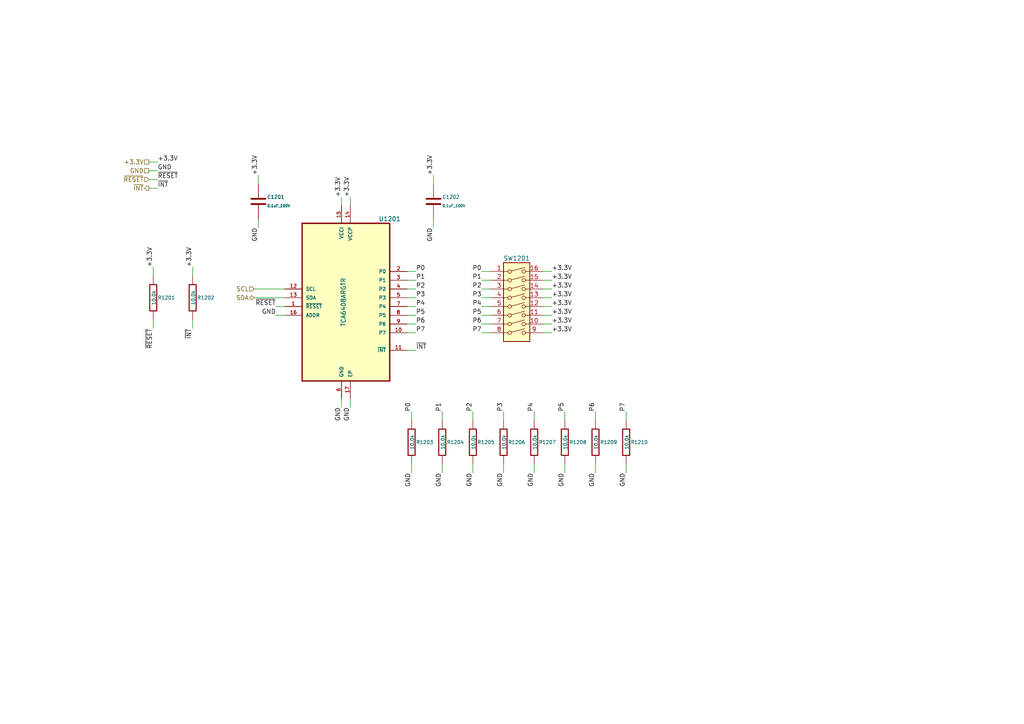
<source format=kicad_sch>
(kicad_sch (version 20230121) (generator eeschema)
  (paper "A4")
  (title_block (title "cluster-pcb") (date "2024-09-13") (rev "1.2") (company "Howard Hughes Medical Institute"))
  (lib_symbols
    (symbol "Janelia:C_0.1uF_100V_0402" (pin_numbers hide) (pin_names (offset 0.254))
      (property "Reference" "C" (at 0 2.54 0))
      (property "Value" "0.1uF_100V" (at 0 0 0))
      (symbol "C_0.1uF_100V_0402_0_1"
        (polyline (pts (xy -2.032 -0.762) (xy 2.032 -0.762)) (stroke (width 0.508)))
        (polyline (pts (xy -2.032 0.762) (xy 2.032 0.762)) (stroke (width 0.508)))
      )
      (symbol "C_0.1uF_100V_0402_1_1"
        (pin passive line (at 0 5.08 270) (length 4.318) (name "~") (number "1"))
        (pin passive line (at 0 -5.08 90) (length 4.318) (name "~") (number "2"))
      )
    )
    (symbol "Janelia:Interface_Expansion-TCA6408ARGTR" (pin_names (offset 1.016))
      (property "Reference" "U" (at 12.7 24.13 0))
      (property "Value" "TCA6408ARGTR" (at 0 0 90))
      (symbol "Interface_Expansion-TCA6408ARGTR_0_0"
        (rectangle (start -12.7 -22.86) (end 12.7 22.86) (stroke (width 0.41)) (fill (type background)))
        (pin input line (at -17.78 -1.27 0) (length 5.08) (name "~{RESET}") (number "1"))
        (pin bidirectional line (at 17.78 -8.89 180) (length 5.08) (name "P7") (number "10"))
        (pin output line (at 17.78 -13.97 180) (length 5.08) (name "~{INT}") (number "11"))
        (pin input line (at -17.78 3.81 0) (length 5.08) (name "SCL") (number "12"))
        (pin bidirectional line (at -17.78 1.27 0) (length 5.08) (name "SDA") (number "13"))
        (pin power_in line (at 1.27 27.94 270) (length 5.08) (name "VCCP") (number "14"))
        (pin power_in line (at -1.27 27.94 270) (length 5.08) (name "VCCI") (number "15"))
        (pin input line (at -17.78 -3.81 0) (length 5.08) (name "ADDR") (number "16"))
        (pin bidirectional line (at 1.27 -27.94 90) (length 5.08) (name "EP") (number "17"))
        (pin bidirectional line (at 17.78 8.89 180) (length 5.08) (name "P0") (number "2"))
        (pin bidirectional line (at 17.78 6.35 180) (length 5.08) (name "P1") (number "3"))
        (pin bidirectional line (at 17.78 3.81 180) (length 5.08) (name "P2") (number "4"))
        (pin bidirectional line (at 17.78 1.27 180) (length 5.08) (name "P3") (number "5"))
        (pin power_in line (at -1.27 -27.94 90) (length 5.08) (name "GND") (number "6"))
        (pin bidirectional line (at 17.78 -1.27 180) (length 5.08) (name "P4") (number "7"))
        (pin bidirectional line (at 17.78 -3.81 180) (length 5.08) (name "P5") (number "8"))
        (pin bidirectional line (at 17.78 -6.35 180) (length 5.08) (name "P6") (number "9"))
      )
    )
    (symbol "Janelia:R_10.0k_0402" (pin_numbers hide) (pin_names (offset 0))
      (property "Reference" "R" (at 2.032 0 90))
      (property "Value" "10.0k" (at 0.1778 0.0254 90))
      (symbol "R_10.0k_0402_0_1"
        (rectangle (start -1.016 3.81) (end 1.016 -3.81) (stroke (width 0.3048)))
      )
      (symbol "R_10.0k_0402_1_1"
        (pin passive line (at 0 6.35 270) (length 2.54) (name "~") (number "1"))
        (pin passive line (at 0 -6.35 90) (length 2.54) (name "~") (number "2"))
      )
    )
    (symbol "Janelia:SW_DIP_x08_SDA08H1SBDR" (pin_names (offset 0) hide)
      (property "Reference" "SW" (at 0 13.97 0))
      (symbol "SW_DIP_x08_SDA08H1SBDR_0_0"
        (circle (center -2.032 -7.62) (radius 0.508))
        (circle (center -2.032 -5.08) (radius 0.508))
        (circle (center -2.032 -2.54) (radius 0.508))
        (circle (center -2.032 0) (radius 0.508))
        (circle (center -2.032 2.54) (radius 0.508))
        (circle (center -2.032 5.08) (radius 0.508))
        (circle (center -2.032 7.62) (radius 0.508))
        (circle (center -2.032 10.16) (radius 0.508))
        (polyline (pts (xy -1.524 -7.4676) (xy 2.3622 -6.4262)))
        (polyline (pts (xy -1.524 -4.9276) (xy 2.3622 -3.8862)))
        (polyline (pts (xy -1.524 -2.3876) (xy 2.3622 -1.3462)))
        (polyline (pts (xy -1.524 0.127) (xy 2.3622 1.1684)))
        (polyline (pts (xy -1.524 2.667) (xy 2.3622 3.7084)))
        (polyline (pts (xy -1.524 5.207) (xy 2.3622 6.2484)))
        (polyline (pts (xy -1.524 7.747) (xy 2.3622 8.7884)))
        (polyline (pts (xy -1.524 10.287) (xy 2.3622 11.3284)))
        (circle (center 2.032 -7.62) (radius 0.508))
        (circle (center 2.032 -5.08) (radius 0.508))
        (circle (center 2.032 -2.54) (radius 0.508))
        (circle (center 2.032 0) (radius 0.508))
        (circle (center 2.032 2.54) (radius 0.508))
        (circle (center 2.032 5.08) (radius 0.508))
        (circle (center 2.032 7.62) (radius 0.508))
        (circle (center 2.032 10.16) (radius 0.508))
      )
      (symbol "SW_DIP_x08_SDA08H1SBDR_0_1"
        (rectangle (start -3.81 12.7) (end 3.81 -10.16) (stroke (width 0.254)) (fill (type background)))
      )
      (symbol "SW_DIP_x08_SDA08H1SBDR_1_1"
        (pin passive line (at -7.62 10.16 0) (length 5.08) (name "~") (number "1"))
        (pin passive line (at 7.62 -5.08 180) (length 5.08) (name "~") (number "10"))
        (pin passive line (at 7.62 -2.54 180) (length 5.08) (name "~") (number "11"))
        (pin passive line (at 7.62 0 180) (length 5.08) (name "~") (number "12"))
        (pin passive line (at 7.62 2.54 180) (length 5.08) (name "~") (number "13"))
        (pin passive line (at 7.62 5.08 180) (length 5.08) (name "~") (number "14"))
        (pin passive line (at 7.62 7.62 180) (length 5.08) (name "~") (number "15"))
        (pin passive line (at 7.62 10.16 180) (length 5.08) (name "~") (number "16"))
        (pin passive line (at -7.62 7.62 0) (length 5.08) (name "~") (number "2"))
        (pin passive line (at -7.62 5.08 0) (length 5.08) (name "~") (number "3"))
        (pin passive line (at -7.62 2.54 0) (length 5.08) (name "~") (number "4"))
        (pin passive line (at -7.62 0 0) (length 5.08) (name "~") (number "5"))
        (pin passive line (at -7.62 -2.54 0) (length 5.08) (name "~") (number "6"))
        (pin passive line (at -7.62 -5.08 0) (length 5.08) (name "~") (number "7"))
        (pin passive line (at -7.62 -7.62 0) (length 5.08) (name "~") (number "8"))
        (pin passive line (at 7.62 -7.62 180) (length 5.08) (name "~") (number "9"))
      )
    )
  )
  (wire (pts (xy 43.18 52.07) (xy 45.72 52.07)))
  (wire (pts (xy 73.66 83.82) (xy 82.55 83.82)))
  (wire (pts (xy 154.94 134.62) (xy 154.94 137.16)))
  (wire (pts (xy 82.55 88.9) (xy 80.01 88.9)))
  (wire (pts (xy 128.27 121.92) (xy 128.27 119.38)))
  (wire (pts (xy 128.27 134.62) (xy 128.27 137.16)))
  (wire (pts (xy 157.48 96.52) (xy 160.02 96.52)))
  (wire (pts (xy 74.93 63.5) (xy 74.93 66.04)))
  (wire (pts (xy 99.06 115.57) (xy 99.06 118.11)))
  (wire (pts (xy 118.11 96.52) (xy 120.65 96.52)))
  (wire (pts (xy 157.48 81.28) (xy 160.02 81.28)))
  (wire (pts (xy 82.55 91.44) (xy 80.01 91.44)))
  (wire (pts (xy 118.11 88.9) (xy 120.65 88.9)))
  (wire (pts (xy 118.11 86.36) (xy 120.65 86.36)))
  (wire (pts (xy 146.05 134.62) (xy 146.05 137.16)))
  (wire (pts (xy 44.45 92.71) (xy 44.45 95.25)))
  (wire (pts (xy 142.24 86.36) (xy 139.7 86.36)))
  (wire (pts (xy 163.83 121.92) (xy 163.83 119.38)))
  (wire (pts (xy 146.05 121.92) (xy 146.05 119.38)))
  (wire (pts (xy 172.72 134.62) (xy 172.72 137.16)))
  (wire (pts (xy 118.11 91.44) (xy 120.65 91.44)))
  (wire (pts (xy 101.6 115.57) (xy 101.6 118.11)))
  (wire (pts (xy 157.48 78.74) (xy 160.02 78.74)))
  (wire (pts (xy 125.73 53.34) (xy 125.73 50.8)))
  (wire (pts (xy 142.24 91.44) (xy 139.7 91.44)))
  (wire (pts (xy 43.18 46.99) (xy 45.72 46.99)))
  (wire (pts (xy 119.38 134.62) (xy 119.38 137.16)))
  (wire (pts (xy 142.24 81.28) (xy 139.7 81.28)))
  (wire (pts (xy 118.11 81.28) (xy 120.65 81.28)))
  (wire (pts (xy 157.48 93.98) (xy 160.02 93.98)))
  (wire (pts (xy 142.24 88.9) (xy 139.7 88.9)))
  (wire (pts (xy 172.72 121.92) (xy 172.72 119.38)))
  (wire (pts (xy 43.18 54.61) (xy 45.72 54.61)))
  (wire (pts (xy 55.88 92.71) (xy 55.88 95.25)))
  (wire (pts (xy 157.48 91.44) (xy 160.02 91.44)))
  (wire (pts (xy 119.38 121.92) (xy 119.38 119.38)))
  (wire (pts (xy 118.11 93.98) (xy 120.65 93.98)))
  (wire (pts (xy 142.24 96.52) (xy 139.7 96.52)))
  (wire (pts (xy 157.48 83.82) (xy 160.02 83.82)))
  (wire (pts (xy 163.83 134.62) (xy 163.83 137.16)))
  (wire (pts (xy 157.48 86.36) (xy 160.02 86.36)))
  (wire (pts (xy 118.11 101.6) (xy 120.65 101.6)))
  (wire (pts (xy 101.6 59.69) (xy 101.6 57.15)))
  (wire (pts (xy 181.61 134.62) (xy 181.61 137.16)))
  (wire (pts (xy 142.24 93.98) (xy 139.7 93.98)))
  (wire (pts (xy 43.18 49.53) (xy 45.72 49.53)))
  (wire (pts (xy 142.24 78.74) (xy 139.7 78.74)))
  (wire (pts (xy 99.06 59.69) (xy 99.06 57.15)))
  (wire (pts (xy 118.11 83.82) (xy 120.65 83.82)))
  (wire (pts (xy 157.48 88.9) (xy 160.02 88.9)))
  (wire (pts (xy 74.93 53.34) (xy 74.93 50.8)))
  (wire (pts (xy 125.73 63.5) (xy 125.73 66.04)))
  (wire (pts (xy 181.61 121.92) (xy 181.61 119.38)))
  (wire (pts (xy 82.55 86.36) (xy 73.66 86.36)))
  (wire (pts (xy 55.88 80.01) (xy 55.88 77.47)))
  (wire (pts (xy 142.24 83.82) (xy 139.7 83.82)))
  (wire (pts (xy 44.45 80.01) (xy 44.45 77.47)))
  (wire (pts (xy 154.94 121.92) (xy 154.94 119.38)))
  (wire (pts (xy 137.16 134.62) (xy 137.16 137.16)))
  (wire (pts (xy 118.11 78.74) (xy 120.65 78.74)))
  (wire (pts (xy 137.16 121.92) (xy 137.16 119.38)))
  (label "~{INT}" (at 45.72 54.61 0))
  (label "P7" (at 120.65 96.52 0))
  (label "P0" (at 119.38 119.38 90))
  (label "GND" (at 119.38 137.16 270))
  (label "~{RESET}" (at 80.01 88.9 180))
  (label "+3.3V" (at 160.02 81.28 0))
  (label "P2" (at 137.16 119.38 90))
  (label "P6" (at 172.72 119.38 90))
  (label "P5" (at 120.65 91.44 0))
  (label "+3.3V" (at 160.02 96.52 0))
  (label "P5" (at 139.7 91.44 180))
  (label "+3.3V" (at 160.02 91.44 0))
  (label "GND" (at 101.6 118.11 270))
  (label "P2" (at 120.65 83.82 0))
  (label "+3.3V" (at 55.88 77.47 90))
  (label "+3.3V" (at 74.93 50.8 90))
  (label "GND" (at 74.93 66.04 270))
  (label "+3.3V" (at 160.02 88.9 0))
  (label "~{INT}" (at 120.65 101.6 0))
  (label "GND" (at 163.83 137.16 270))
  (label "~{RESET}" (at 45.72 52.07 0))
  (label "P4" (at 139.7 88.9 180))
  (label "+3.3V" (at 101.6 57.15 90))
  (label "~{RESET}" (at 44.45 95.25 270))
  (label "GND" (at 146.05 137.16 270))
  (label "GND" (at 45.72 49.53 0))
  (label "P4" (at 120.65 88.9 0))
  (label "P1" (at 120.65 81.28 0))
  (label "P7" (at 181.61 119.38 90))
  (label "+3.3V" (at 160.02 93.98 0))
  (label "GND" (at 137.16 137.16 270))
  (label "P0" (at 120.65 78.74 0))
  (label "P6" (at 120.65 93.98 0))
  (label "+3.3V" (at 160.02 78.74 0))
  (label "+3.3V" (at 125.73 50.8 90))
  (label "P6" (at 139.7 93.98 180))
  (label "P1" (at 128.27 119.38 90))
  (label "P5" (at 163.83 119.38 90))
  (label "P4" (at 154.94 119.38 90))
  (label "P7" (at 139.7 96.52 180))
  (label "GND" (at 172.72 137.16 270))
  (label "+3.3V" (at 99.06 57.15 90))
  (label "P3" (at 139.7 86.36 180))
  (label "GND" (at 128.27 137.16 270))
  (label "GND" (at 181.61 137.16 270))
  (label "GND" (at 154.94 137.16 270))
  (label "GND" (at 80.01 91.44 180))
  (label "GND" (at 99.06 118.11 270))
  (label "P0" (at 139.7 78.74 180))
  (label "~{INT}" (at 55.88 95.25 270))
  (label "+3.3V" (at 160.02 86.36 0))
  (label "P3" (at 146.05 119.38 90))
  (label "P2" (at 139.7 83.82 180))
  (label "+3.3V" (at 44.45 77.47 90))
  (label "+3.3V" (at 160.02 83.82 0))
  (label "GND" (at 125.73 66.04 270))
  (label "P3" (at 120.65 86.36 0))
  (label "P1" (at 139.7 81.28 180))
  (label "+3.3V" (at 45.72 46.99 0))
  (hierarchical_label "~{INT}" (shape output) (at 43.18 54.61 180))
  (hierarchical_label "~{RESET}" (shape input) (at 43.18 52.07 180))
  (hierarchical_label "GND" (shape passive) (at 43.18 49.53 180))
  (hierarchical_label "+3.3V" (shape passive) (at 43.18 46.99 180))
  (hierarchical_label "SDA" (shape bidirectional) (at 73.66 86.36 180))
  (hierarchical_label "SCL" (shape input) (at 73.66 83.82 180))
  (symbol (lib_id "Janelia:R_10.0k_0402") (at 128.27 128.27 0) (unit 1)
    (property "Reference" "R1204" (at 129.54 128.27 0) (effects (font (size 1.016 1.016)) (justify left)))
    (property "Value" "10.0k" (at 128.4478 128.2446 90) (effects (font (size 1.016 1.016))))
    (property "Footprint" "Janelia:R_0402_1005Metric" (effects hide))
    (property "Vendor" "JLCPCB" (effects hide))
    (property "Vendor Part Number" "C278577" (effects hide))
    (property "Synopsis" "RES SMD 10K OHM 5% 1/10W" (effects hide))
    (property "Package" "0402" (effects hide))
    (property "Manufacturer" "PANASONIC" (effects hide))
    (property "Manufacturer Part Number" "ERJ2GEJ103X" (effects hide))
    (property "LCSC" "C278577" (effects hide))
  )
  (symbol (lib_id "Janelia:R_10.0k_0402") (at 44.45 86.36 0) (unit 1)
    (property "Reference" "R1201" (at 45.72 86.36 0) (effects (font (size 1.016 1.016)) (justify left)))
    (property "Value" "10.0k" (at 44.6278 86.3346 90) (effects (font (size 1.016 1.016))))
    (property "Footprint" "Janelia:R_0402_1005Metric" (effects hide))
    (property "Vendor" "JLCPCB" (effects hide))
    (property "Vendor Part Number" "C278577" (effects hide))
    (property "Synopsis" "RES SMD 10K OHM 5% 1/10W" (effects hide))
    (property "Package" "0402" (effects hide))
    (property "Manufacturer" "PANASONIC" (effects hide))
    (property "Manufacturer Part Number" "ERJ2GEJ103X" (effects hide))
    (property "LCSC" "C278577" (effects hide))
  )
  (symbol (lib_id "Janelia:Interface_Expansion-TCA6408ARGTR") (at 100.33 87.63 0) (unit 1)
    (property "Reference" "U1201" (at 113.03 63.5 0))
    (property "Value" "TCA6408ARGTR" (at 100.33 87.63 90) (effects (justify bottom)))
    (property "Footprint" "Janelia:QFN50P300X300X100-17N" (effects hide))
    (property "Synopsis" "IC XPNDR 400KHZ I2C SMBUS" (effects hide))
    (property "Package" "QFN-16-EP(3x3)" (effects hide))
    (property "Manufacturer" "Texas Instruments" (effects hide))
    (property "Manufacturer Part Number" "TCA6408ARGTR" (effects hide))
    (property "Vendor" "Digi-Key" (effects hide))
    (property "Vendor Part Number" "296-24825-1-ND" (effects hide))
    (property "LCSC" "C181499" (effects hide))
  )
  (symbol (lib_id "Janelia:R_10.0k_0402") (at 172.72 128.27 0) (unit 1)
    (property "Reference" "R1209" (at 173.99 128.27 0) (effects (font (size 1.016 1.016)) (justify left)))
    (property "Value" "10.0k" (at 172.8978 128.2446 90) (effects (font (size 1.016 1.016))))
    (property "Footprint" "Janelia:R_0402_1005Metric" (effects hide))
    (property "Vendor" "JLCPCB" (effects hide))
    (property "Vendor Part Number" "C278577" (effects hide))
    (property "Synopsis" "RES SMD 10K OHM 5% 1/10W" (effects hide))
    (property "Package" "0402" (effects hide))
    (property "Manufacturer" "PANASONIC" (effects hide))
    (property "Manufacturer Part Number" "ERJ2GEJ103X" (effects hide))
    (property "LCSC" "C278577" (effects hide))
  )
  (symbol (lib_id "Janelia:R_10.0k_0402") (at 137.16 128.27 0) (unit 1)
    (property "Reference" "R1205" (at 138.43 128.27 0) (effects (font (size 1.016 1.016)) (justify left)))
    (property "Value" "10.0k" (at 137.3378 128.2446 90) (effects (font (size 1.016 1.016))))
    (property "Footprint" "Janelia:R_0402_1005Metric" (effects hide))
    (property "Vendor" "JLCPCB" (effects hide))
    (property "Vendor Part Number" "C278577" (effects hide))
    (property "Synopsis" "RES SMD 10K OHM 5% 1/10W" (effects hide))
    (property "Package" "0402" (effects hide))
    (property "Manufacturer" "PANASONIC" (effects hide))
    (property "Manufacturer Part Number" "ERJ2GEJ103X" (effects hide))
    (property "LCSC" "C278577" (effects hide))
  )
  (symbol (lib_id "Janelia:SW_DIP_x08_SDA08H1SBDR") (at 149.86 88.9 0) (unit 1)
    (property "Reference" "SW1201" (at 149.86 74.93 0))
    (property "Value" "SW_DIP_x08_SDA08H1SBDR" (effects hide))
    (property "Footprint" "Janelia:SW_DIP_SPSTx08_Slide_SDA08H1SBDR" (effects hide))
    (property "Synopsis" "SWITCH SLIDE DIP SPST 0.025A 24V" (effects hide))
    (property "Package" "SMD" (effects hide))
    (property "Manufacturer" "C&K" (effects hide))
    (property "Manufacturer Part Number" "SDA08H1SBDR" (effects hide))
    (property "Vendor" "Digi-Key" (effects hide))
    (property "Vendor Part Number" "CKN12291-1-ND" (effects hide))
    (property "LCSC" "C2799987" (effects hide))
  )
  (symbol (lib_id "Janelia:R_10.0k_0402") (at 55.88 86.36 0) (unit 1)
    (property "Reference" "R1202" (at 57.15 86.36 0) (effects (font (size 1.016 1.016)) (justify left)))
    (property "Value" "10.0k" (at 56.0578 86.3346 90) (effects (font (size 1.016 1.016))))
    (property "Footprint" "Janelia:R_0402_1005Metric" (effects hide))
    (property "Vendor" "JLCPCB" (effects hide))
    (property "Vendor Part Number" "C278577" (effects hide))
    (property "Synopsis" "RES SMD 10K OHM 5% 1/10W" (effects hide))
    (property "Package" "0402" (effects hide))
    (property "Manufacturer" "PANASONIC" (effects hide))
    (property "Manufacturer Part Number" "ERJ2GEJ103X" (effects hide))
    (property "LCSC" "C278577" (effects hide))
  )
  (symbol (lib_id "Janelia:R_10.0k_0402") (at 154.94 128.27 0) (unit 1)
    (property "Reference" "R1207" (at 156.21 128.27 0) (effects (font (size 1.016 1.016)) (justify left)))
    (property "Value" "10.0k" (at 155.1178 128.2446 90) (effects (font (size 1.016 1.016))))
    (property "Footprint" "Janelia:R_0402_1005Metric" (effects hide))
    (property "Vendor" "JLCPCB" (effects hide))
    (property "Vendor Part Number" "C278577" (effects hide))
    (property "Synopsis" "RES SMD 10K OHM 5% 1/10W" (effects hide))
    (property "Package" "0402" (effects hide))
    (property "Manufacturer" "PANASONIC" (effects hide))
    (property "Manufacturer Part Number" "ERJ2GEJ103X" (effects hide))
    (property "LCSC" "C278577" (effects hide))
  )
  (symbol (lib_id "Janelia:R_10.0k_0402") (at 181.61 128.27 0) (unit 1)
    (property "Reference" "R1210" (at 182.88 128.27 0) (effects (font (size 1.016 1.016)) (justify left)))
    (property "Value" "10.0k" (at 181.7878 128.2446 90) (effects (font (size 1.016 1.016))))
    (property "Footprint" "Janelia:R_0402_1005Metric" (effects hide))
    (property "Vendor" "JLCPCB" (effects hide))
    (property "Vendor Part Number" "C278577" (effects hide))
    (property "Synopsis" "RES SMD 10K OHM 5% 1/10W" (effects hide))
    (property "Package" "0402" (effects hide))
    (property "Manufacturer" "PANASONIC" (effects hide))
    (property "Manufacturer Part Number" "ERJ2GEJ103X" (effects hide))
    (property "LCSC" "C278577" (effects hide))
  )
  (symbol (lib_id "Janelia:C_0.1uF_100V_0402") (at 74.93 58.42 0) (unit 1)
    (property "Reference" "C1201" (at 77.47 57.15 0) (effects (font (size 1.016 1.016)) (justify left)))
    (property "Value" "0.1uF_100V" (at 77.47 59.69 0) (effects (font (size 0.762 0.762)) (justify left)))
    (property "Footprint" "Janelia:C_0402_1005Metric" (effects hide))
    (property "Vendor" "Digi-Key" (effects hide))
    (property "Vendor Part Number" "490-10458-1-ND" (effects hide))
    (property "Synopsis" "CAP CER 0.1UF 100V X5R" (effects hide))
    (property "Manufacturer" "Murata Electronics" (effects hide))
    (property "Manufacturer Part Number" "GRM155R62A104KE14D" (effects hide))
    (property "Package" "0402" (effects hide))
    (property "LCSC" "C162178" (effects hide))
  )
  (symbol (lib_id "Janelia:C_0.1uF_100V_0402") (at 125.73 58.42 0) (unit 1)
    (property "Reference" "C1202" (at 128.27 57.15 0) (effects (font (size 1.016 1.016)) (justify left)))
    (property "Value" "0.1uF_100V" (at 128.27 59.69 0) (effects (font (size 0.762 0.762)) (justify left)))
    (property "Footprint" "Janelia:C_0402_1005Metric" (effects hide))
    (property "Vendor" "Digi-Key" (effects hide))
    (property "Vendor Part Number" "490-10458-1-ND" (effects hide))
    (property "Synopsis" "CAP CER 0.1UF 100V X5R" (effects hide))
    (property "Manufacturer" "Murata Electronics" (effects hide))
    (property "Manufacturer Part Number" "GRM155R62A104KE14D" (effects hide))
    (property "Package" "0402" (effects hide))
    (property "LCSC" "C162178" (effects hide))
  )
  (symbol (lib_id "Janelia:R_10.0k_0402") (at 146.05 128.27 0) (unit 1)
    (property "Reference" "R1206" (at 147.32 128.27 0) (effects (font (size 1.016 1.016)) (justify left)))
    (property "Value" "10.0k" (at 146.2278 128.2446 90) (effects (font (size 1.016 1.016))))
    (property "Footprint" "Janelia:R_0402_1005Metric" (effects hide))
    (property "Vendor" "JLCPCB" (effects hide))
    (property "Vendor Part Number" "C278577" (effects hide))
    (property "Synopsis" "RES SMD 10K OHM 5% 1/10W" (effects hide))
    (property "Package" "0402" (effects hide))
    (property "Manufacturer" "PANASONIC" (effects hide))
    (property "Manufacturer Part Number" "ERJ2GEJ103X" (effects hide))
    (property "LCSC" "C278577" (effects hide))
  )
  (symbol (lib_id "Janelia:R_10.0k_0402") (at 163.83 128.27 0) (unit 1)
    (property "Reference" "R1208" (at 165.1 128.27 0) (effects (font (size 1.016 1.016)) (justify left)))
    (property "Value" "10.0k" (at 164.0078 128.2446 90) (effects (font (size 1.016 1.016))))
    (property "Footprint" "Janelia:R_0402_1005Metric" (effects hide))
    (property "Vendor" "JLCPCB" (effects hide))
    (property "Vendor Part Number" "C278577" (effects hide))
    (property "Synopsis" "RES SMD 10K OHM 5% 1/10W" (effects hide))
    (property "Package" "0402" (effects hide))
    (property "Manufacturer" "PANASONIC" (effects hide))
    (property "Manufacturer Part Number" "ERJ2GEJ103X" (effects hide))
    (property "LCSC" "C278577" (effects hide))
  )
  (symbol (lib_id "Janelia:R_10.0k_0402") (at 119.38 128.27 0) (unit 1)
    (property "Reference" "R1203" (at 120.65 128.27 0) (effects (font (size 1.016 1.016)) (justify left)))
    (property "Value" "10.0k" (at 119.5578 128.2446 90) (effects (font (size 1.016 1.016))))
    (property "Footprint" "Janelia:R_0402_1005Metric" (effects hide))
    (property "Vendor" "JLCPCB" (effects hide))
    (property "Vendor Part Number" "C278577" (effects hide))
    (property "Synopsis" "RES SMD 10K OHM 5% 1/10W" (effects hide))
    (property "Package" "0402" (effects hide))
    (property "Manufacturer" "PANASONIC" (effects hide))
    (property "Manufacturer Part Number" "ERJ2GEJ103X" (effects hide))
    (property "LCSC" "C278577" (effects hide))
  )
)
</source>
